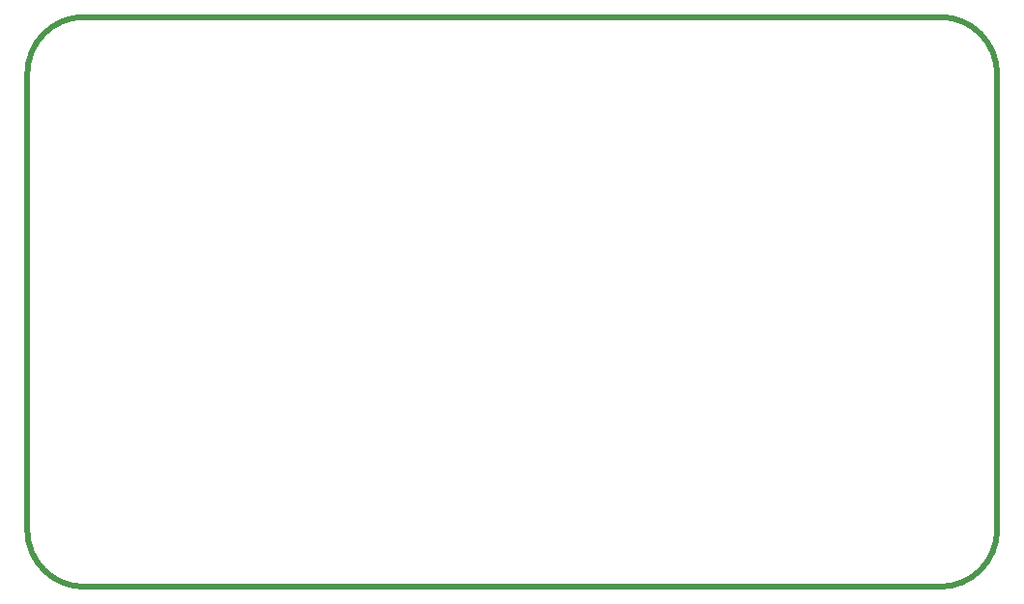
<source format=gbr>
%TF.GenerationSoftware,KiCad,Pcbnew,7.0.1*%
%TF.CreationDate,2023-05-24T15:14:26-04:00*%
%TF.ProjectId,Drone_PCB,44726f6e-655f-4504-9342-2e6b69636164,rev?*%
%TF.SameCoordinates,Original*%
%TF.FileFunction,Profile,NP*%
%FSLAX46Y46*%
G04 Gerber Fmt 4.6, Leading zero omitted, Abs format (unit mm)*
G04 Created by KiCad (PCBNEW 7.0.1) date 2023-05-24 15:14:26*
%MOMM*%
%LPD*%
G01*
G04 APERTURE LIST*
%TA.AperFunction,Profile*%
%ADD10C,0.500000*%
%TD*%
G04 APERTURE END LIST*
D10*
X105000000Y-100000000D02*
X180000000Y-100000000D01*
X100000000Y-145000000D02*
X100000000Y-105000000D01*
X180000000Y-150000000D02*
X105000000Y-150000000D01*
X185000000Y-105000000D02*
X185000000Y-145000000D01*
X180000000Y-150000000D02*
G75*
G03*
X185000000Y-145000000I0J5000000D01*
G01*
X185000000Y-105000000D02*
G75*
G03*
X180000000Y-100000000I-5000000J0D01*
G01*
X100000000Y-145000000D02*
G75*
G03*
X105000000Y-150000000I5000000J0D01*
G01*
X105000000Y-100000000D02*
G75*
G03*
X100000000Y-105000000I0J-5000000D01*
G01*
M02*

</source>
